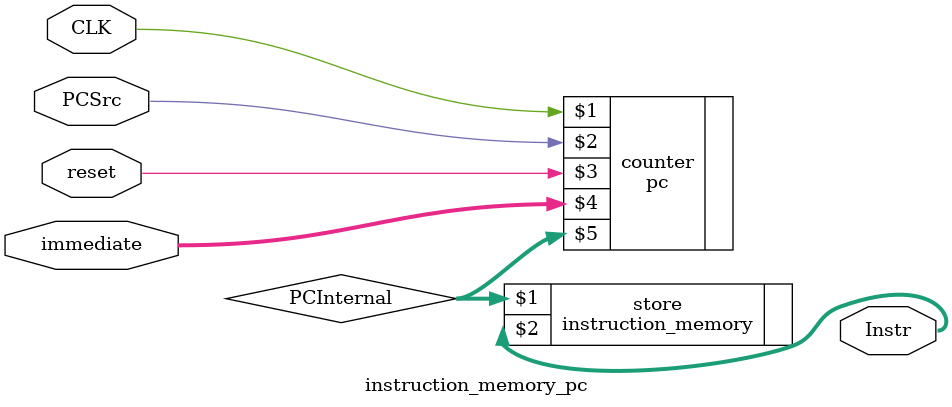
<source format=sv>
`include "pc.sv"
`include "instruction_memory.sv"

module instruction_memory_pc(
  input logic CLK, PCSrc, reset,
  input logic [7:0] immediate,
  output logic [23:0] Instr
);

wire [7:0] PCInternal;

pc counter(CLK, PCSrc, reset, immediate, PCInternal);
instruction_memory store(PCInternal, Instr);

endmodule

</source>
